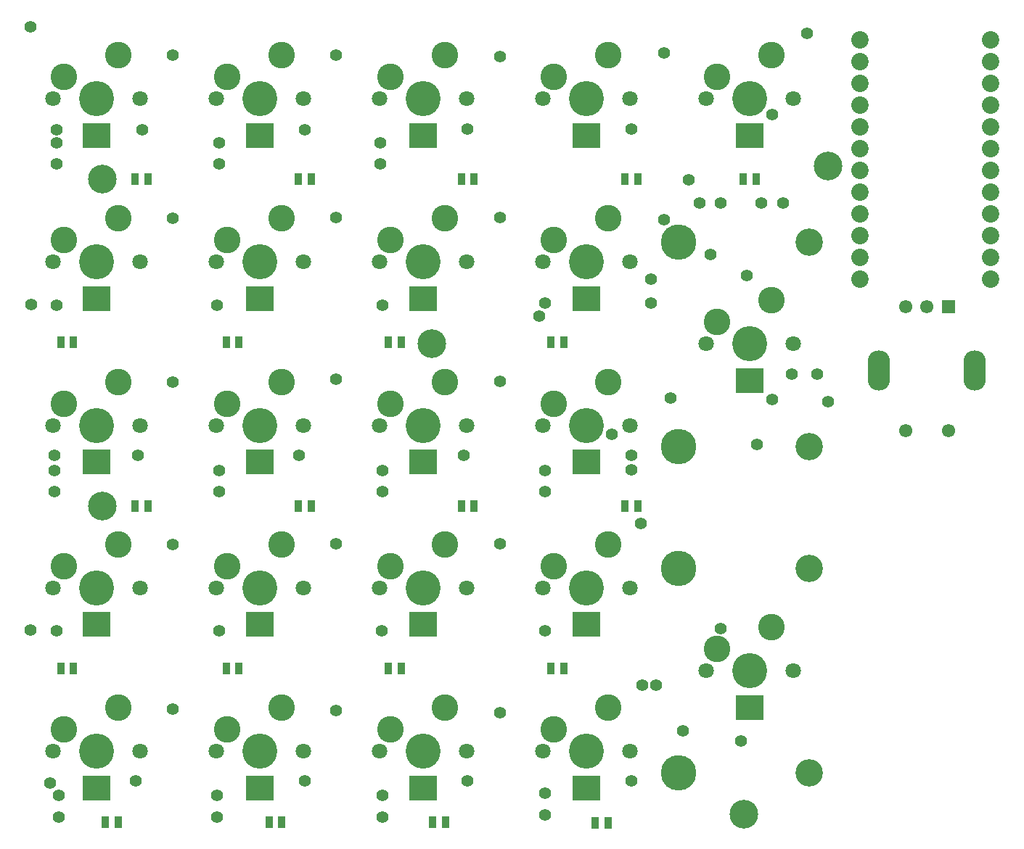
<source format=gts>
%FSTAX23Y23*%
%MOIN*%
%SFA1B1*%

%IPPOS*%
%AMD21*
4,1,8,0.000000,-0.092500,0.000000,-0.092500,0.051200,-0.041300,0.051200,0.041300,0.000000,0.092500,0.000000,0.092500,-0.051200,0.041300,-0.051200,-0.041300,0.000000,-0.092500,0.0*
1,1,0.102360,0.000000,-0.041300*
1,1,0.102360,0.000000,-0.041300*
1,1,0.102360,0.000000,0.041300*
1,1,0.102360,0.000000,0.041300*
%
%ADD14R,0.037400X0.053150*%
%ADD15C,0.122130*%
%ADD16C,0.071020*%
%ADD17C,0.161020*%
%ADD18R,0.130000X0.114250*%
%ADD19C,0.131890*%
%ADD20C,0.079910*%
G04~CAMADD=21~8~0.0~0.0~1023.6~1850.4~511.8~0.0~15~0.0~0.0~0.0~0.0~0~0.0~0.0~0.0~0.0~0~0.0~0.0~0.0~180.0~1024.0~1849.0*
%ADD21D21*%
%ADD22C,0.061020*%
%ADD23R,0.061020X0.061020*%
%ADD24C,0.162910*%
%ADD25C,0.125910*%
%ADD26C,0.055910*%
%LNnumpadpcb-1*%
%LPD*%
G54D14*
X1634Y04779D03*
X16281D03*
X17092D03*
X17033D03*
X17838Y04775D03*
X17779D03*
X15588Y04779D03*
X15529D03*
X15383Y05484D03*
X15324D03*
X16143D03*
X16084D03*
X16887D03*
X16828D03*
X17635Y05484D03*
X17576D03*
X17915Y06233D03*
X17974D03*
X17164D03*
X17223D03*
X16415D03*
X16474D03*
X15665D03*
X15724D03*
X15383Y06984D03*
X15324D03*
X16143D03*
X16084D03*
X16887D03*
X16828D03*
X17635D03*
X17576D03*
X18459Y07734D03*
X18518D03*
X17915D03*
X17974D03*
X17164D03*
X17223D03*
X16415D03*
X16474D03*
X15665D03*
X15724D03*
G54D15*
X18338Y08204D03*
X18588Y08304D03*
X18338Y07078D03*
X18588Y07178D03*
X17588Y05204D03*
X17838Y05304D03*
X16838Y05204D03*
X17088Y05304D03*
X16088Y05204D03*
X16338Y05304D03*
X15338Y05204D03*
X15588Y05304D03*
X18338Y05575D03*
X18588Y05675D03*
X17588Y05954D03*
X17838Y06054D03*
X16838Y05954D03*
X17088Y06054D03*
X16088Y05954D03*
X16338Y06054D03*
X15338Y05954D03*
X15588Y06054D03*
X17588Y06703D03*
X17838Y06803D03*
X16838Y06703D03*
X17088Y06803D03*
X16088Y06703D03*
X16338Y06803D03*
X15338Y06703D03*
X15588Y06803D03*
X17588Y07454D03*
X17838Y07554D03*
X16838Y07454D03*
X17088Y07554D03*
X16088Y07454D03*
X16338Y07554D03*
X15338Y07454D03*
X15588Y07554D03*
X17588Y08204D03*
X17838Y08304D03*
X16838Y08204D03*
X17088Y08304D03*
X16088Y08204D03*
X16338Y08304D03*
X15338Y08204D03*
X15588Y08304D03*
G54D16*
X18688Y08104D03*
X18288D03*
X18688Y06978D03*
X18288D03*
X17938Y05104D03*
X17538D03*
X17188D03*
X16788D03*
X16438D03*
X16038D03*
X15688D03*
X15288D03*
X18688Y05475D03*
X18288D03*
X17938Y05854D03*
X17538D03*
X17188Y05854D03*
X16788D03*
X16438D03*
X16038D03*
X15688D03*
X15288D03*
X17938Y06603D03*
X17538D03*
X17188D03*
X16788D03*
X16438D03*
X16038D03*
X15688D03*
X15288D03*
X17938Y07354D03*
X17538D03*
X17188D03*
X16788D03*
X16438D03*
X16038D03*
X15688D03*
X15288D03*
X17938Y08104D03*
X17538D03*
X17188D03*
X16788D03*
X16438D03*
X16038D03*
X15688D03*
X15288D03*
G54D17*
X18488Y08104D03*
Y06978D03*
X17738Y05104D03*
X16988D03*
X16238D03*
X15488D03*
X18488Y05475D03*
X17738Y05854D03*
X16988Y05854D03*
X16238D03*
X15488D03*
X17738Y06603D03*
X16988D03*
X16238D03*
X15488D03*
X17738Y07354D03*
X16988D03*
X16238D03*
X15488D03*
X17738Y08104D03*
X16988D03*
X16238D03*
X15488D03*
G54D18*
X18488Y05305D03*
X17738Y04937D03*
X16988D03*
X16238D03*
X15488D03*
Y05688D03*
X16238D03*
X16988D03*
X17738D03*
X18488Y0681D03*
X17738Y06436D03*
X16988D03*
X16238D03*
X15488D03*
Y07187D03*
X16238D03*
X16988D03*
X17738D03*
X18488Y07937D03*
X17738D03*
X16988D03*
X16238D03*
X15488D03*
G54D19*
X17027Y06978D03*
X15515Y06232D03*
Y07734D03*
X18463Y04815D03*
X18848Y07795D03*
G54D20*
X18996Y07276D03*
Y07376D03*
Y07476D03*
Y07576D03*
Y07676D03*
Y07776D03*
Y07876D03*
Y07976D03*
Y08076D03*
Y08176D03*
Y08276D03*
Y08376D03*
X19596Y07276D03*
Y07376D03*
Y07476D03*
Y07576D03*
Y07676D03*
Y07776D03*
Y07876D03*
Y07976D03*
Y08076D03*
Y08176D03*
Y08276D03*
Y08376D03*
G54D21*
X19082Y06854D03*
X19523D03*
G54D22*
X19204Y06578D03*
X19401D03*
X19204Y07149D03*
X19303D03*
G54D23*
X19401Y07149D03*
G54D24*
X18163Y06507D03*
Y05007D03*
Y05947D03*
Y07447D03*
G54D25*
X18763Y05947D03*
Y06507D03*
Y05007D03*
Y07447D03*
G54D26*
X18126Y06728D03*
X18356Y07627D03*
X18257D03*
X18641D03*
X18543D03*
X16791Y07805D03*
Y07903D03*
X16053Y07805D03*
Y07903D03*
X15305Y07805D03*
Y07903D03*
X17549Y04812D03*
Y04911D03*
X16801Y04803D03*
Y04901D03*
X16043Y04803D03*
Y04901D03*
X15314Y04803D03*
Y04901D03*
X17549Y06397D03*
Y06299D03*
X16801Y06397D03*
Y06299D03*
X16053D03*
Y06397D03*
X15295Y06299D03*
Y06397D03*
X18799Y0684D03*
X18681D03*
X17944Y04969D03*
X17193Y0497D03*
X16444Y04968D03*
X15669Y0497D03*
X15275Y0496D03*
X16053Y05659D03*
X16799D03*
X17549D03*
X18592Y06722D03*
X17944Y06467D03*
Y064D03*
X17175Y06466D03*
X15679D03*
X15295D03*
X15305Y07155D03*
X16043D03*
X17549Y07165D03*
X17523Y07104D03*
X18592Y08031D03*
X17944Y07967D03*
X17193Y07964D03*
X16444Y07963D03*
X15698Y07962D03*
X15305D03*
X18474Y07293D03*
X18356Y05669D03*
X18848Y06712D03*
X18523Y06515D03*
X18751Y08405D03*
X15185Y08437D03*
X18208Y07732D03*
X18059Y05409D03*
X17988Y06153D03*
X17854Y06562D03*
X18035Y07275D03*
Y07165D03*
X18094Y07548D03*
Y08314D03*
X17342Y05283D03*
Y06059D03*
Y06807D03*
Y07559D03*
Y08299D03*
X1659Y05291D03*
Y06059D03*
Y06814D03*
Y07559D03*
Y08307D03*
X15185Y05661D03*
X15838Y08307D03*
Y07555D03*
Y06803D03*
Y06055D03*
Y05299D03*
X15305Y05659D03*
X16801Y07155D03*
X16417Y06466D03*
X18448Y05153D03*
X18181Y052D03*
X17996Y05409D03*
X15188Y07158D03*
X18307Y07389D03*
M02*
</source>
